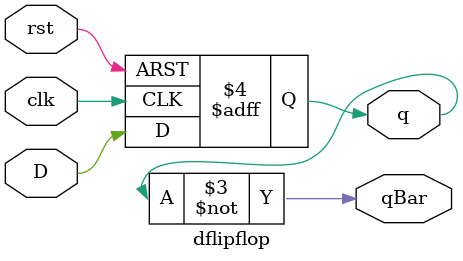
<source format=v>
/*
Author:  Lab-provided code
Title: 	 D flip-flop
Summary: Behavioral model of a d flip-flop
*/

module dflipflop(q, qBar, D, clk, rst);
	input D, clk, rst; 	// DFF input, clock, reset
	output q, qBar;		// DFF output, DFF negated output
	reg q;
	not n1 (qBar, q);	// negate q
	
	// flip-flop storage logic
	always@ (negedge rst or posedge clk)
	begin
		if(!rst)
			q = 0;
		else
			q = D;
	end
endmodule
</source>
